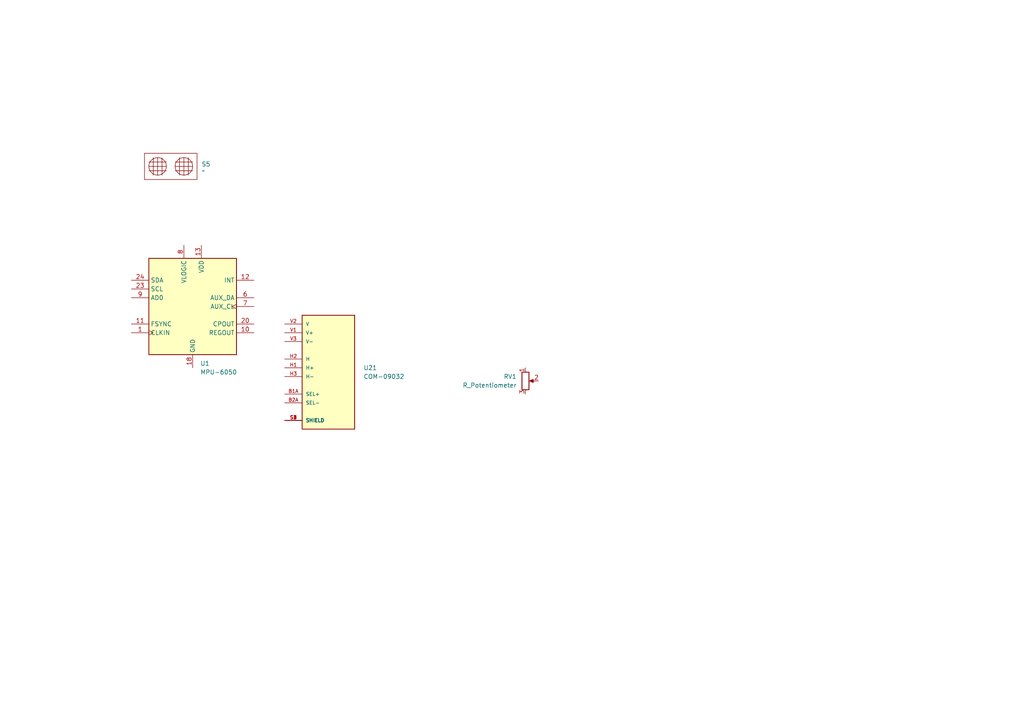
<source format=kicad_sch>
(kicad_sch (version 20231120) (generator "eeschema") (generator_version "8.0")
  (paper "A4")
  (lib_symbols
    (symbol "CREPP_Accelerometers:MPU-6050"
      (property "Reference" "U" (at -11.43 13.97 0))
      (property "Value" "MPU-6050" (at 7.62 -15.24 0))
      (symbol "MPU-6050_0_0"
        (text "" (at 12.7 -2.54 0) (effects (font (size 1.27 1.27))))
      )
      (symbol "MPU-6050_0_1"
        (rectangle (start -12.7 13.97) (end 12.7 -13.97) (stroke (width 0.254)) (fill (type background)))
      )
      (symbol "MPU-6050_1_1"
        (pin input clock (at -17.78 -7.62 0) (length 5.08) (name "CLKIN") (number "1"))
        (pin passive line (at 17.78 -7.62 180) (length 5.08) (name "REGOUT") (number "10"))
        (pin input line (at -17.78 -5.08 0) (length 5.08) (name "FSYNC") (number "11"))
        (pin output line (at 17.78 7.62 180) (length 5.08) (name "INT") (number "12"))
        (pin power_in line (at 2.54 17.78 270) (length 3.81) (name "VDD") (number "13"))
        (pin no_connect line (at -12.7 -10.16 0) (length 2.54) hide (name "NC") (number "14"))
        (pin no_connect line (at 12.7 12.7 180) (length 2.54) hide (name "NC") (number "15"))
        (pin no_connect line (at 12.7 10.16 180) (length 2.54) hide (name "NC") (number "16"))
        (pin no_connect line (at 12.7 5.08 180) (length 2.54) hide (name "NC") (number "17"))
        (pin power_in line (at 0 -17.78 90) (length 3.81) (name "GND") (number "18"))
        (pin no_connect line (at 12.7 -10.16 180) (length 2.54) hide (name "RESV") (number "19"))
        (pin no_connect line (at -12.7 12.7 0) (length 2.54) hide (name "NC") (number "2"))
        (pin passive line (at 17.78 -5.08 180) (length 5.08) (name "CPOUT") (number "20"))
        (pin no_connect line (at 12.7 -2.54 180) (length 2.54) hide (name "RESV") (number "21"))
        (pin no_connect line (at 12.7 -12.7 180) (length 2.54) hide (name "RESV") (number "22"))
        (pin input line (at -17.78 5.08 0) (length 5.08) (name "SCL") (number "23"))
        (pin bidirectional line (at -17.78 7.62 0) (length 5.08) (name "SDA") (number "24"))
        (pin no_connect line (at -12.7 10.16 0) (length 2.54) hide (name "NC") (number "3"))
        (pin no_connect line (at -12.7 0 0) (length 2.54) hide (name "NC") (number "4"))
        (pin no_connect line (at -12.7 -2.54 0) (length 2.54) hide (name "NC") (number "5"))
        (pin bidirectional line (at 17.78 2.54 180) (length 5.08) (name "AUX_DA") (number "6"))
        (pin output clock (at 17.78 0 180) (length 5.08) (name "AUX_CL") (number "7"))
        (pin power_in line (at -2.54 17.78 270) (length 3.81) (name "VLOGIC") (number "8"))
        (pin input line (at -17.78 2.54 0) (length 5.08) (name "AD0") (number "9"))
      )
    )
    (symbol "CREPP_Joysticks:COM-09032_JOYSTICK" (pin_names (offset 1.016))
      (property "Reference" "U" (at -7.62 16.002 0))
      (property "Value" "COM-09032" (at -7.62 -20.32 0))
      (symbol "COM-09032_JOYSTICK_0_0"
        (rectangle (start -7.62 -17.78) (end 7.62 15.24) (stroke (width 0.254)) (fill (type background)))
        (pin passive line (at -12.7 -7.62 0) (length 5.08) (name "SEL+") (number "B1A"))
        (pin passive line (at -12.7 -10.16 0) (length 5.08) (name "SEL-") (number "B2A"))
        (pin passive line (at -12.7 0 0) (length 5.08) (name "H+") (number "H1"))
        (pin passive line (at -12.7 2.54 0) (length 5.08) (name "H") (number "H2"))
        (pin passive line (at -12.7 -2.54 0) (length 5.08) (name "H-") (number "H3"))
        (pin passive line (at -12.7 -15.24 0) (length 5.08) (name "SHIELD") (number "S1"))
        (pin passive line (at -12.7 -15.24 0) (length 5.08) (name "SHIELD") (number "S2"))
        (pin passive line (at -12.7 -15.24 0) (length 5.08) (name "SHIELD") (number "S3"))
        (pin passive line (at -12.7 -15.24 0) (length 5.08) (name "SHIELD") (number "S4"))
        (pin passive line (at -12.7 10.16 0) (length 5.08) (name "V+") (number "V1"))
        (pin passive line (at -12.7 12.7 0) (length 5.08) (name "V") (number "V2"))
        (pin passive line (at -12.7 7.62 0) (length 5.08) (name "V-") (number "V3"))
      )
    )
    (symbol "CREPP_Potentiometers_THT:R_Potentiometer" (pin_names (offset 1.016) hide)
      (property "Reference" "RV" (at -4.445 0 90))
      (property "Value" "R_Potentiometer" (at -2.54 0 90))
      (symbol "R_Potentiometer_0_1"
        (polyline (pts (xy 2.54 0) (xy 1.524 0)))
        (polyline (pts (xy 1.143 0) (xy 2.286 0.508) (xy 2.286 -0.508) (xy 1.143 0)) (fill (type outline)))
        (rectangle (start 1.016 2.54) (end -1.016 -2.54) (stroke (width 0.254)))
      )
      (symbol "R_Potentiometer_1_1"
        (pin passive line (at 0 3.81 270) (length 1.27) (name "1") (number "1"))
        (pin passive line (at 3.81 0 180) (length 1.27) (name "2") (number "2"))
        (pin passive line (at 0 -3.81 90) (length 1.27) (name "3") (number "3"))
      )
    )
    (symbol "CREPP_Sensors:HC-SR04" (exclude_from_sim yes)
      (property "Reference" "S" (at -6.096 4.826 0))
      (symbol "HC-SR04_0_1"
        (rectangle (start -7.62 3.81) (end 7.62 -3.81))
        (circle (center -3.81 0) (radius 2.54))
        (polyline (pts (xy -6.35 -1.27) (xy -1.27 -1.27)))
        (polyline (pts (xy -6.35 0) (xy -1.27 0)))
        (polyline (pts (xy -5.08 2.54) (xy -5.08 -2.54)))
        (polyline (pts (xy -3.81 2.54) (xy -3.81 -2.54)))
        (polyline (pts (xy -2.54 2.54) (xy -2.54 -2.54)))
        (polyline (pts (xy -1.27 1.27) (xy -6.35 1.27)))
        (polyline (pts (xy 1.27 -1.27) (xy 6.35 -1.27)))
        (polyline (pts (xy 1.27 0) (xy 6.35 0)))
        (polyline (pts (xy 2.54 2.54) (xy 2.54 -2.54)))
        (polyline (pts (xy 3.81 2.54) (xy 3.81 -2.54)))
        (polyline (pts (xy 5.08 2.54) (xy 5.08 -2.54)))
        (polyline (pts (xy 6.35 1.27) (xy 1.27 1.27)))
        (circle (center 3.81 0) (radius 2.54))
      )
    )
  )
  (symbol (lib_id "CREPP_Potentiometers_THT:R_Potentiometer") (at 152.4 110.49 0) (unit 1)
    (property "Reference" "RV1" (at 149.86 109.2199 0) (effects (justify right)))
    (property "Value" "R_Potentiometer" (at 149.86 111.7599 0) (effects (justify right)))
    (property "Footprint" "CREPP_Potentiometers:Potentiometer_Alps_RK09Y11_Single_Horizontal" (effects (hide yes)))
    (property "Description" "Potentiometer" (effects (hide yes)))
  )
  (symbol (lib_id "CREPP_Joysticks:COM-09032_JOYSTICK") (at 95.25 106.68 0) (unit 1)
    (property "Reference" "U21" (at 105.41 106.6799 0) (effects (justify left)))
    (property "Value" "COM-09032" (at 105.41 109.2199 0) (effects (justify left)))
    (property "Footprint" "CREPP_Joysticks_SW:XDCR_COM-09032" (effects (hide yes)))
    (property "MF" "SparkFun Electronics" (effects (hide yes)))
    (property "MAXIMUM_PACKAGE_HEIGHT" "30.1mm" (effects (hide yes)))
    (property "Package" "Package" (effects (hide yes)))
    (property "Price" "None" (effects (hide yes)))
    (property "Check_prices" "https://www.snapeda.com/parts/COM-09032/SparkFun/view-part/?ref=eda" (effects (hide yes)))
    (property "STANDARD" "Manufacturer Recommendations" (effects (hide yes)))
    (property "PARTREV" "N/A" (effects (hide yes)))
    (property "SnapEDA_Link" "https://www.snapeda.com/parts/COM-09032/SparkFun/view-part/?ref=snap" (effects (hide yes)))
    (property "MP" "COM-09032" (effects (hide yes)))
    (property "Description_1" "\n                        \n                            Joystick, 2 - Axis Analog (Resistive) Output\n                        \n" (effects (hide yes)))
    (property "Availability" "In Stock" (effects (hide yes)))
    (property "MANUFACTURER" "SparkFun Electronics" (effects (hide yes)))
  )
  (symbol (lib_id "CREPP_Sensors:HC-SR04") (at 49.53 48.26 0) (unit 1) (exclude_from_sim yes)
    (property "Reference" "S5" (at 58.42 47.6249 0) (effects (justify left)))
    (property "Value" "~" (at 58.42 49.53 0) (effects (justify left)))
    (property "Footprint" "CREPP_Sensors_distance:HC-SR04" (effects (hide yes)))
    (property "Datasheet" "https://www.handsontec.com/dataspecs/HC-SR04-Ultrasonic.pdf" (effects (hide yes)))
  )
  (symbol (lib_id "CREPP_Accelerometers:MPU-6050") (at 55.88 88.9 0) (unit 1)
    (property "Reference" "U1" (at 58.0741 105.41 0) (effects (justify left)))
    (property "Value" "MPU-6050" (at 58.0741 107.95 0) (effects (justify left)))
    (property "Footprint" "Sensor_Motion:InvenSense_QFN-24_4x4mm_P0.5mm" (effects (hide yes)))
    (property "Datasheet" "https://invensense.tdk.com/wp-content/uploads/2015/02/MPU-6000-Datasheet1.pdf" (effects (hide yes)))
    (property "Description" "InvenSense 6-Axis Motion Sensor, Gyroscope, Accelerometer, I2C" (effects (hide yes)))
  )
)
</source>
